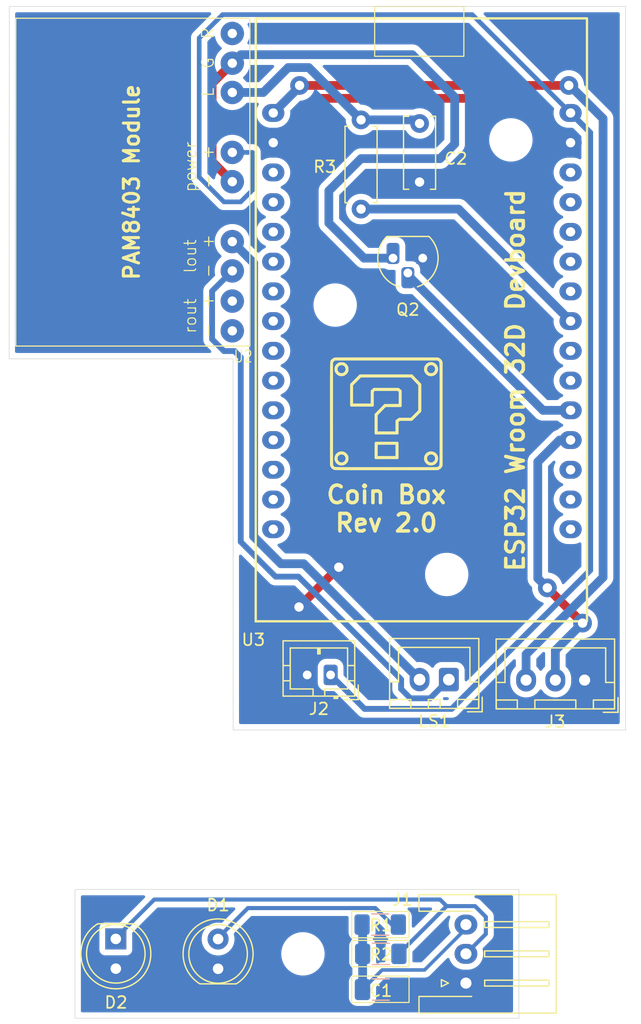
<source format=kicad_pcb>
(kicad_pcb (version 20241229) (generator "pcbnew") (generator_version "9.0")
  (title_block (title "Coin Box") (date "2025-07-20") (rev "2.0") (company "TuDo Makerspace"))
  (layers (0 "F.Cu" signal) (2 "B.Cu" signal) (13 "F.Paste" user) (15 "B.Paste" user) (5 "F.SilkS" user "F.Silkscreen") (7 "B.SilkS" user "B.Silkscreen") (1 "F.Mask" user) (3 "B.Mask" user) (25 "Edge.Cuts" user))
  (net 0 "")
  (net 1 "GND")
  (net 2 "3V3")
  (net 3 "Net-(U2-L)")
  (net 4 "Net-(D1-A)")
  (net 5 "/SENS_SIG")
  (net 6 "5V")
  (net 7 "Net-(U2-lout+)")
  (net 8 "Net-(U3-GPIO25)")
  (net 32 "Net-(U2-lout-)")
  (net 33 "Net-(Q2-G)")
  (net 34 "Net-(Q2-D)")
  (net 38 "SENS_GND")
  (net 39 "SENS_3V3")
  (net 40 "/SIG")
  (footprint "MountingHole:MountingHole_3.2mm_M3" (layer "F.Cu") (at 84.293093 98.943093)
    (property "Reference" "REF**")
    (property "Value" "MountingHole_3.2mm_M3")
  )
  (footprint "Resistor_THT:R_Axial_DIN0207_L6.3mm_D2.5mm_P7.62mm_Horizontal" (layer "F.Cu") (at 76.973093 67.733093 90)
    (property "Reference" "R3")
    (property "Value" "3k3")
  )
  (footprint "Connector_JST:JST_XH_B3B-XH-A_1x03_P2.50mm_Vertical" (layer "F.Cu") (at 96.073093 107.966285 180)
    (property "Reference" "J3")
    (property "Value" "Conn_01x03")
  )
  (footprint "MountingHole:MountingHole_3.2mm_M3" (layer "F.Cu") (at 89.773093 61.823093)
    (property "Reference" "REF**")
    (property "Value" "MountingHole_3.2mm_M3")
  )
  (footprint "Coinbox:PAM8403 Module" (layer "F.Cu") (at 57.473093 65.43328 90)
    (property "Reference" "U2")
    (property "Value" "~")
  )
  (footprint "Connector_JST:JST_XH_B2B-XH-A_1x02_P2.50mm_Vertical" (layer "F.Cu") (at 84.473093 107.923093 180)
    (property "Reference" "LS1")
    (property "Value" "Speaker")
  )
  (footprint "Coinbox:ESP32_30pin" (layer "F.Cu") (at 81.945553 77.542906 90)
    (property "Reference" "U3")
    (property "Value" "~")
  )
  (footprint "LED_THT:LED_D5.0mm" (layer "F.Cu") (at 64.759437 132.623093 90)
    (property "Reference" "D1")
    (property "Value" "Red LED")
  )
  (footprint "Connector_JST:JST_XH_S3B-XH-A-1_1x03_P2.50mm_Horizontal" (layer "F.Cu") (at 85.934437 133.848093 90)
    (property "Reference" "J1")
    (property "Value" "Conn_01x03")
  )
  (footprint "Package_TO_SOT_THT:TO-92_HandSolder" (layer "F.Cu") (at 82.243093 71.923093 180)
    (property "Reference" "Q2")
    (property "Value" "2N7000")
  )
  (footprint "Capacitor_THT:C_Disc_D6.0mm_W2.5mm_P5.00mm" (layer "F.Cu") (at 81.973093 60.423093 -90)
    (property "Reference" "C2")
    (property "Value" "10n")
  )
  (footprint "LED_THT:LED_D5.0mm" (layer "F.Cu") (at 56.021937 130.073093 -90)
    (property "Reference" "D2")
    (property "Value" "D_Photo")
  )
  (footprint "MountingHole:MountingHole_3.2mm_M3" (layer "F.Cu") (at 74.763093 75.933093)
    (property "Reference" "REF**")
    (property "Value" "MountingHole_3.2mm_M3")
  )
  (footprint "Connector_JST:JST_PH_B2B-PH-K_1x02_P2.00mm_Vertical" (layer "F.Cu") (at 74.373093 107.523093 180)
    (property "Reference" "J2")
    (property "Value" "Jack-DC")
  )
  (footprint "MountingHole:MountingHole_3.2mm_M3" (layer "F.Cu") (at 72.009437 131.348093)
    (property "Reference" "REF**")
    (property "Value" "MountingHole_3.2mm_M3")
  )
  (footprint "Resistor_SMD:R_1206_3216Metric_Pad1.30x1.75mm_HandSolder" (layer "B.Cu") (at 78.609437 128.848093)
    (property "Reference" "R1")
    (property "Value" "220")
  )
  (footprint "Capacitor_SMD:C_1206_3216Metric_Pad1.33x1.80mm_HandSolder" (layer "B.Cu") (at 78.659437 134.398093)
    (property "Reference" "C1")
    (property "Value" "C")
  )
  (footprint "Resistor_SMD:R_1206_3216Metric_Pad1.30x1.75mm_HandSolder" (layer "B.Cu") (at 78.659437 131.348093)
    (property "Reference" "R2")
    (property "Value" "100k")
  )
  (gr_poly (pts (xy 83.513148 80.504187) (xy 83.587495 80.539048) (xy 83.606084 80.548182) (xy 83.624055 80.557858) (xy 83.641402 80.56807) (xy 83.658118 80.578812) (xy 83.674196 80.590078) (xy 83.68963 80.601862) (xy 83.704414 80.614157) (xy 83.71854 80.626957) (xy 83.732002 80.640257) (xy 83.744794 80.654048) (xy 83.756908 80.668326) (xy 83.768338 80.683084) (xy 83.779078 80.698316) (xy 83.789122 80.714016) (xy 83.798461 80.730176) (xy 83.80709 80.746792) (xy 83.843877 80.821687) (xy 83.843877 85.220384) (xy 83.843877 89.619081) (xy 83.804946 89.695913) (xy 83.79591 89.712899) (xy 83.786312 89.729292) (xy 83.776143 89.745102) (xy 83.765391 89.760338) (xy 83.754049 89.775009) (xy 83.742106 89.789123) (xy 83.729553 89.802691) (xy 83.716379 89.815722) (xy 83.702575 89.828224) (xy 83.688132 89.840208) (xy 83.673039 89.851681) (xy 83.657287 89.862653) (xy 83.640867 89.873134) (xy 83.623768 89.883133) (xy 83.60598 89.892658) (xy 83.587495 89.90172) (xy 83.513148 89.936581) (xy 79.160752 89.938831) (xy 75.685971 89.937261) (xy 74.972689 89.932582) (xy 74.742211 89.924667) (xy 74.742211 89.924671) (xy 74.717394 89.917904) (xy 74.693661 89.910178) (xy 74.670977 89.901464) (xy 74.649309 89.891733) (xy 74.628622 89.880956) (xy 74.608881 89.869106) (xy 74.590053 89.856153) (xy 74.572103 89.842069) (xy 74.554997 89.826824) (xy 74.5387 89.810391) (xy 74.52318 89.792741) (xy 74.5084 89.773845) (xy 74.494328 89.753674) (xy 74.480928 89.7322) (xy 74.468167 89.709395) (xy 74.45601 89.685228) (xy 74.418117 89.605854) (xy 74.418107 85.226049) (xy 74.418219 82.456186) (xy 74.426912 81.144943) (xy 74.438384 80.861127) (xy 74.440221 80.848147) (xy 74.477628 80.848147) (xy 74.477628 85.220386) (xy 74.48099 88.946011) (xy 74.487731 89.506293) (xy 74.500102 89.642229) (xy 74.509912 89.662711) (xy 74.520335 89.682191) (xy 74.531387 89.700683) (xy 74.543086 89.718203) (xy 74.555447 89.734766) (xy 74.568488 89.750385) (xy 74.582224 89.765077) (xy 74.596672 89.778856) (xy 74.611849 89.791737) (xy 74.627772 89.803735) (xy 74.644456 89.814864) (xy 74.661919 89.82514) (xy 74.680177 89.834578) (xy 74.699246 89.843192) (xy 74.719143 89.850997) (xy 74.739885 89.858008) (xy 74.757838 89.86052) (xy 74.796731 89.862794) (xy 74.948683 89.866674) (xy 75.218437 89.869741) (xy 75.628688 89.872088) (xy 76.961467 89.875002) (xy 79.128586 89.876166) (xy 82.775057 89.873534) (xy 83.368195 89.86734) (xy 83.532547 89.856114) (xy 83.542147 89.853114) (xy 83.551416 89.849903) (xy 83.5604 89.846452) (xy 83.569143 89.842733) (xy 83.57769 89.838717) (xy 83.586084 89.834375) (xy 83.594372 89.829678) (xy 83.602598 89.824598) (xy 83.610806 89.819106) (xy 83.61904 89.813173) (xy 83.627347 89.80677) (xy 83.63577 89.799869) (xy 83.644355 89.792441) (xy 83.653145 89.784456) (xy 83.662186 89.775888) (xy 83.671522 89.766706) (xy 83.682866 89.756613) (xy 83.69343 89.749081) (xy 83.712331 89.73727) (xy 83.720723 89.730775) (xy 83.728445 89.722412) (xy 83.735526 89.711071) (xy 83.741992 89.695646) (xy 83.747871 89.675029) (xy 83.753191 89.648112) (xy 83.757979 89.613787) (xy 83.762263 89.570949) (xy 83.76607 89.518487) (xy 83.769427 89.455296) (xy 83.774904 89.292293) (xy 83.778912 89.073079) (xy 83.781673 88.788794) (xy 83.783406 88.430576) (xy 83.78433 87.989566) (xy 83.784345 85.220386) (xy 83.78415 82.483849) (xy 83.776046 81.181612) (xy 83.765505 80.897392) (xy 83.74876 80.766593) (xy 83.724401 80.720829) (xy 83.691018 80.691715) (xy 83.685429 80.685574) (xy 83.679354 80.679287) (xy 83.672852 80.672899) (xy 83.665982 80.666456) (xy 83.658803 80.660005) (xy 83.651374 80.653591) (xy 83.643753 80.647262) (xy 83.635999 80.641062) (xy 83.628172 80.635038) (xy 83.62033 80.629237) (xy 83.612531 80.623705) (xy 83.604835 80.618486) (xy 83.597301 80.613629) (xy 83.589987 80.609179) (xy 83.582953 80.605182) (xy 83.576256 80.601684) (xy 83.513148 80.570334) (xy 79.134294 80.570334) (xy 74.75544 80.570334) (xy 74.694726 80.598416) (xy 74.680229 80.605593) (xy 74.66583 80.613649) (xy 74.651583 80.622528) (xy 74.637546 80.632173) (xy 74.623773 80.64253) (xy 74.610321 80.653542) (xy 74.597246 80.665154) (xy 74.584602 80.677309) (xy 74.572447 80.689952) (xy 74.560835 80.703028) (xy 74.549823 80.71648) (xy 74.539466 80.730253) (xy 74.529821 80.74429) (xy 74.520943 80.758537) (xy 74.512887 80.772936) (xy 74.50571 80.787433) (xy 74.477628 80.848147) (xy 74.440221 80.848147) (xy 74.456692 80.731755) (xy 74.483397 80.686756) (xy 74.520064 80.65606) (xy 74.534172 80.64082) (xy 74.548251 80.626533) (xy 74.562347 80.613173) (xy 74.576509 80.600711) (xy 74.590781 80.58912) (xy 74.605213 80.578372) (xy 74.619852 80.568441) (xy 74.634744 80.559298) (xy 74.649936 80.550917) (xy 74.665477 80.543269) (xy 74.681412 80.536327) (xy 74.69779 80.530063) (xy 74.714658 80.524451) (xy 74.732062 80.519463) (xy 74.75005 80.51507) (xy 74.768669 80.511246) (xy 74.845077 80.507541) (xy 75.037415 80.504552) (xy 75.809496 80.500625) (xy 79.180596 80.500285)) (stroke (width 0.199999)) (fill yes) (layer "F.SilkS"))
  (gr_rect (start 76.175 130.2) (end 81.075 132.45) (stroke (width 0.1)) (fill no) (layer "F.SilkS"))
  (gr_rect (start 76.175 133.25) (end 81.075 135.5) (stroke (width 0.1)) (fill no) (layer "F.SilkS"))
  (gr_rect (start 76.175 127.725) (end 81.075 129.975) (stroke (width 0.1)) (fill no) (layer "F.SilkS"))
  (gr_poly (pts (xy 81.343884 81.995776) (xy 81.418364 82.076078) (xy 81.565066 82.231616) (xy 81.928664 82.613643) (xy 82.024285 82.713458) (xy 82.024575 83.851255) (xy 82.024865 84.989052) (xy 81.657669 85.356072) (xy 81.290472 85.723093) (xy 80.773093 85.723093) (xy 80.255713 85.723093) (xy 80.168734 85.792546) (xy 80.081755 85.861999) (xy 80.080967 86.374629) (xy 80.080179 86.887258) (xy 79.154137 86.887258) (xy 78.228096 86.887258) (xy 78.228106 86.083589) (xy 78.228116 85.279917) (xy 78.619341 84.879861) (xy 79.010566 84.479806) (xy 79.647899 84.476371) (xy 80.285232 84.472935) (xy 80.28868 83.892341) (xy 80.292127 83.311746) (xy 80.215919 83.241401) (xy 80.139711 83.171055) (xy 79.125439 83.170459) (xy 78.111166 83.169862) (xy 78.037339 83.237335) (xy 77.963513 83.304809) (xy 77.963513 83.905408) (xy 77.963513 84.506007) (xy 77.0507 84.506007) (xy 76.137888 84.506007) (xy 76.137888 83.609649) (xy 76.137888 82.753145) (xy 76.191093 82.753145) (xy 76.191558 83.596505) (xy 76.192023 84.439864) (xy 77.044696 84.439864) (xy 77.897368 84.439864) (xy 77.897368 83.858877) (xy 77.897368 83.277889) (xy 77.993279 83.190951) (xy 78.08919 83.104012) (xy 79.121065 83.104006) (xy 80.15294 83.104) (xy 80.248852 83.186384) (xy 80.344763 83.268768) (xy 80.344763 83.907233) (xy 80.344763 84.545697) (xy 79.691129 84.545697) (xy 79.037496 84.545697) (xy 78.666074 84.926036) (xy 78.294653 85.306374) (xy 78.294448 86.063743) (xy 78.294243 86.821113) (xy 79.154137 86.821113) (xy 80.014033 86.821113) (xy 80.014034 86.326388) (xy 80.014034 85.83166) (xy 80.128141 85.744305) (xy 80.242249 85.656949) (xy 80.753127 85.656949) (xy 81.264005 85.656949) (xy 81.611363 85.309777) (xy 81.95872 84.962605) (xy 81.95872 83.852632) (xy 81.95872 82.74266) (xy 81.896423 82.675143) (xy 81.85362 82.629473) (xy 81.783131 82.555036) (xy 81.598231 82.361082) (xy 81.503415 82.261582) (xy 81.419635 82.172919) (xy 81.35597 82.10475) (xy 81.321501 82.066733) (xy 81.280666 82.018927) (xy 79.102756 82.018927) (xy 76.924846 82.018927) (xy 76.55797 82.386036) (xy 76.191093 82.753145) (xy 76.137888 82.753145) (xy 76.137888 82.713287) (xy 76.51831 82.333034) (xy 76.898733 81.952782) (xy 79.102425 81.952782) (xy 81.306118 81.952782)) (stroke (width 0.199999)) (fill yes) (layer "F.SilkS"))
  (gr_poly (pts (xy 75.34627 80.914527) (xy 75.380494 80.915416) (xy 75.395276 80.916191) (xy 75.408782 80.917233) (xy 75.421218 80.918575) (xy 75.432792 80.920253) (xy 75.443711 80.922299) (xy 75.454184 80.92475) (xy 75.464416 80.927639) (xy 75.474615 80.931) (xy 75.48499 80.934867) (xy 75.495746 80.939276) (xy 75.519236 80.949854) (xy 75.537366 80.958943) (xy 75.555411 80.969152) (xy 75.573303 80.980414) (xy 75.590976 80.992662) (xy 75.608363 81.00583) (xy 75.625398 81.019851) (xy 75.642013 81.034658) (xy 75.658142 81.050184) (xy 75.673718 81.066363) (xy 75.688674 81.083127) (xy 75.702943 81.10041) (xy 75.71646 81.118146) (xy 75.729155 81.136267) (xy 75.740964 81.154706) (xy 75.75182 81.173397) (xy 75.761655 81.192273) (xy 75.767947 81.205255) (xy 75.773528 81.217219) (xy 75.778439 81.2284) (xy 75.782722 81.239037) (xy 75.78642 81.249366) (xy 75.789575 81.259624) (xy 75.792229 81.270047) (xy 75.794424 81.280873) (xy 75.796203 81.292338) (xy 75.797608 81.304679) (xy 75.798681 81.318133) (xy 75.799464 81.332937) (xy 75.799999 81.349327) (xy 75.80033 81.367541) (xy 75.800543 81.410386) (xy 75.800335 81.453303) (xy 75.799484 81.487869) (xy 75.798712 81.502609) (xy 75.797652 81.51597) (xy 75.796262 81.528186) (xy 75.7945 81.539494) (xy 75.792323 81.550129) (xy 75.789689 81.560328) (xy 75.786556 81.570326) (xy 75.78288 81.58036) (xy 75.778621 81.590665) (xy 75.773735 81.601477) (xy 75.761915 81.625567) (xy 75.752205 81.643469) (xy 75.741189 81.661481) (xy 75.728972 81.679503) (xy 75.715657 81.697434) (xy 75.701349 81.715174) (xy 75.686152 81.732623) (xy 75.670172 81.749681) (xy 75.653511 81.766247) (xy 75.636275 81.782221) (xy 75.618569 81.797504) (xy 75.600496 81.811993) (xy 75.58216 81.825591) (xy 75.563667 81.838195) (xy 75.545121 81.849707) (xy 75.526626 81.860025) (xy 75.508287 81.86905) (xy 75.490542 81.876433) (xy 75.471179 81.883139) (xy 75.450439 81.889149) (xy 75.428564 81.894444) (xy 75.405795 81.899006) (xy 75.382376 81.902815) (xy 75.358546 81.905854) (xy 75.334548 81.908104) (xy 75.310625 81.909545) (xy 75.287017 81.91016) (xy 75.263967 81.90993) (xy 75.241716 81.908836) (xy 75.220507 81.90686) (xy 75.20058 81.903982) (xy 75.182178 81.900185) (xy 75.165543 81.895449) (xy 75.165544 81.895449) (xy 75.139283 81.885974) (xy 75.113601 81.875224) (xy 75.088554 81.863249) (xy 75.064198 81.850099) (xy 75.040589 81.835821) (xy 75.017785 81.820465) (xy 74.995841 81.804079) (xy 74.974814 81.786714) (xy 74.954761 81.768417) (xy 74.935737 81.749238) (xy 74.917799 81.729226) (xy 74.901004 81.708429) (xy 74.885409 81.686897) (xy 74.871068 81.664679) (xy 74.858039 81.641823) (xy 74.846379 81.618379) (xy 74.840373 81.605185) (xy 74.835025 81.592946) (xy 74.830298 81.581451) (xy 74.826155 81.57049) (xy 74.822559 81.559852) (xy 74.819471 81.549325) (xy 74.816854 81.538698) (xy 74.814672 81.527762) (xy 74.812886 81.516303) (xy 74.81146 81.504112) (xy 74.810356 81.490978) (xy 74.809536 81.47669) (xy 74.808964 81.461035) (xy 74.808601 81.443805) (xy 74.808408 81.412258) (xy 74.868606 81.412258) (xy 74.869143 81.432704) (xy 74.87033 81.453004) (xy 74.872163 81.472986) (xy 74.874641 81.492479) (xy 74.877763 81.511311) (xy 74.881526 81.529313) (xy 74.885929 81.546312) (xy 74.89097 81.562138) (xy 74.898175 81.580174) (xy 74.907119 81.598555) (xy 74.917667 81.617143) (xy 74.929682 81.635801) (xy 74.943031 81.654389) (xy 74.957576 81.672772) (xy 74.973184 81.690809) (xy 74.989718 81.708364) (xy 75.007042 81.725298) (xy 75.025022 81.741474) (xy 75.043523 81.756753) (xy 75.062407 81.770997) (xy 75.081541 81.784069) (xy 75.100789 81.79583) (xy 75.120014 81.806143) (xy 75.139083 81.81487) (xy 75.160009 81.822807) (xy 75.181732 81.829562) (xy 75.204128 81.83514) (xy 75.227072 81.839545) (xy 75.25044 81.842781) (xy 75.274109 81.844852) (xy 75.297954 81.845763) (xy 75.321852 81.845518) (xy 75.345678 81.844121) (xy 75.369308 81.841577) (xy 75.392618 81.837889) (xy 75.415485 81.833062) (xy 75.437783 81.827101) (xy 75.45939 81.820009) (xy 75.480181 81.811791) (xy 75.500032 81.802451) (xy 75.500035 81.802451) (xy 75.534286 81.783203) (xy 75.565866 81.762) (xy 75.594797 81.738996) (xy 75.621101 81.714342) (xy 75.6448 81.68819) (xy 75.665916 81.660693) (xy 75.68447 81.632004) (xy 75.700486 81.602275) (xy 75.713984 81.571657) (xy 75.724987 81.540305) (xy 75.733517 81.508369) (xy 75.739595 81.476002) (xy 75.743245 81.443357) (xy 75.744487 81.410586) (xy 75.743344 81.377841) (xy 75.739838 81.345275) (xy 75.73399 81.31304) (xy 75.725824 81.281288) (xy 75.71536 81.250173) (xy 75.702621 81.219845) (xy 75.687628 81.190458) (xy 75.670405 81.162164) (xy 75.650972 81.135116) (xy 75.629352 81.109465) (xy 75.605566 81.085364) (xy 75.579637 81.062965) (xy 75.551587 81.042422) (xy 75.521438 81.023885) (xy 75.489212 81.007508) (xy 75.45493 80.993443) (xy 75.418614 80.981842) (xy 75.380288 80.972858) (xy 75.361444 80.969717) (xy 75.34249 80.967563) (xy 75.323458 80.966376) (xy 75.304381 80.966137) (xy 75.285293 80.966825) (xy 75.266228 80.968422) (xy 75.247219 80.970906) (xy 75.228299 80.974259) (xy 75.190861 80.983491) (xy 75.154181 80.99596) (xy 75.118526 81.011507) (xy 75.084163 81.029976) (xy 75.051361 81.051207) (xy 75.020386 81.075043) (xy 74.991505 81.101326) (xy 74.964985 81.129898) (xy 74.952695 81.144992) (xy 74.941095 81.1606) (xy 74.930219 81.176701) (xy 74.920101 81.193276) (xy 74.910773 81.210304) (xy 74.90227 81.227766) (xy 74.894625 81.245643) (xy 74.88787 81.263914) (xy 74.883154 81.27938) (xy 74.879102 81.296067) (xy 74.87571 81.313804) (xy 74.872977 81.332421) (xy 74.870902 81.351745) (xy 74.869483 81.371607) (xy 74.868718 81.391835) (xy 74.868606 81.412258) (xy 74.808408 81.412258) (xy 74.808356 81.403771) (xy 74.80859 81.363597) (xy 74.809492 81.330808) (xy 74.810288 81.316658) (xy 74.811364 81.303725) (xy 74.812758 81.2918) (xy 74.814508 81.280672) (xy 74.81665 81.270131) (xy 74.819224 81.259968) (xy 74.822266 81.249973) (xy 74.825815 81.239936) (xy 74.829907 81.229648) (xy 74.834581 81.218899) (xy 74.845824 81.195176) (xy 74.855673 81.176303) (xy 74.86661 81.157529) (xy 74.878555 81.138933) (xy 74.891428 81.120596) (xy 74.905149 81.102599) (xy 74.919639 81.085022) (xy 74.934816 81.067946) (xy 74.950602 81.051451) (xy 74.966917 81.035617) (xy 74.983681 81.020525) (xy 75.000813 81.006256) (xy 75.018235 80.992889) (xy 75.035865 80.980506) (xy 75.053625 80.969186) (xy 75.071434 80.959011) (xy 75.089212 80.950061) (xy 75.101442 80.944426) (xy 75.112859 80.939407) (xy 75.123672 80.934968) (xy 75.13409 80.931075) (xy 75.144323 80.927694) (xy 75.154579 80.924788) (xy 75.165068 80.922325) (xy 75.175999 80.920268) (xy 75.187581 80.918584) (xy 75.200022 80.917237) (xy 75.213534 80.916192) (xy 75.228323 80.915415) (xy 75.244601 80.914872) (xy 75.262575 80.914526) (xy 75.30445 80.914292)) (stroke (width 0.199999)) (fill yes) (layer "F.SilkS"))
  (gr_poly (pts (xy 75.343699 88.534524) (xy 75.360347 88.534886) (xy 75.375417 88.535472) (xy 75.389139 88.536329) (xy 75.401745 88.537505) (xy 75.413468 88.539045) (xy 75.424538 88.540997) (xy 75.435188 88.543405) (xy 75.445648 88.546318) (xy 75.456151 88.549781) (xy 75.466928 88.553842) (xy 75.478212 88.558546) (xy 75.490233 88.563939) (xy 75.517414 88.576983) (xy 75.536912 88.587104) (xy 75.556067 88.598085) (xy 75.574836 88.609882) (xy 75.593174 88.622453) (xy 75.611037 88.635754) (xy 75.628382 88.649742) (xy 75.645164 88.664374) (xy 75.661339 88.679607) (xy 75.676863 88.695398) (xy 75.691692 88.711703) (xy 75.705782 88.72848) (xy 75.719089 88.745685) (xy 75.731568 88.763276) (xy 75.743177 88.781209) (xy 75.75387 88.799441) (xy 75.763604 88.817929) (xy 75.769426 88.829839) (xy 75.774603 88.84092) (xy 75.779173 88.851387) (xy 75.783172 88.861459) (xy 75.786639 88.871352) (xy 75.78961 88.881283) (xy 75.792124 88.891468) (xy 75.794218 88.902125) (xy 75.795929 88.913471) (xy 75.797295 88.925722) (xy 75.798353 88.939095) (xy 75.799141 88.953807) (xy 75.799696 88.970075) (xy 75.800056 88.988117) (xy 75.80034 89.030385) (xy 75.800167 89.072038) (xy 75.799338 89.106139) (xy 75.798596 89.120859) (xy 75.797593 89.134293) (xy 75.796295 89.146642) (xy 75.794671 89.158106) (xy 75.792688 89.168886) (xy 75.790313 89.179183) (xy 75.787514 89.189197) (xy 75.784258 89.199129) (xy 75.780513 89.20918) (xy 75.776246 89.219551) (xy 75.766016 89.242052) (xy 75.75608 89.261978) (xy 75.745476 89.281303) (xy 75.734211 89.300018) (xy 75.722297 89.318111) (xy 75.709743 89.335572) (xy 75.69656 89.352391) (xy 75.682757 89.368558) (xy 75.668344 89.384063) (xy 75.653332 89.398894) (xy 75.637731 89.413042) (xy 75.62155 89.426496) (xy 75.6048 89.439246) (xy 75.58749 89.451281) (xy 75.569631 89.462592) (xy 75.551233 89.473168) (xy 75.532306 89.482998) (xy 75.518415 89.489751) (xy 75.505527 89.495796) (xy 75.493453 89.501176) (xy 75.482004 89.505932) (xy 75.470991 89.510109) (xy 75.460225 89.513747) (xy 75.449518 89.516891) (xy 75.438681 89.519583) (xy 75.427525 89.521866) (xy 75.415861 89.523782) (xy 75.403501 89.525374) (xy 75.390255 89.526684) (xy 75.375935 89.527756) (xy 75.360352 89.528632) (xy 75.324643 89.529968) (xy 75.293016 89.530568) (xy 75.264783 89.53037) (xy 75.239403 89.529314) (xy 75.227615 89.528446) (xy 75.216339 89.527341) (xy 75.205506 89.525992) (xy 75.195049 89.52439) (xy 75.184902 89.52253) (xy 75.174996 89.520402) (xy 75.165264 89.518) (xy 75.155639 89.515316) (xy 75.146053 89.512343) (xy 75.136438 89.509073) (xy 75.136438 89.509072) (xy 75.118357 89.50232) (xy 75.100808 89.495063) (xy 75.083773 89.48729) (xy 75.067233 89.478985) (xy 75.051172 89.470137) (xy 75.035571 89.460732) (xy 75.020412 89.450756) (xy 75.005678 89.440196) (xy 74.991351 89.429039) (xy 74.977413 89.417272) (xy 74.963847 89.404881) (xy 74.950633 89.391853) (xy 74.937756 89.378174) (xy 74.925196 89.363832) (xy 74.912935 89.348812) (xy 74.900957 89.333103) (xy 74.887349 89.313964) (xy 74.874825 89.294904) (xy 74.86337 89.275869) (xy 74.852968 89.256803) (xy 74.843602 89.237653) (xy 74.835257 89.218362) (xy 74.827916 89.198877) (xy 74.821562 89.179143) (xy 74.816181 89.159104) (xy 74.811756 89.138707) (xy 74.808269 89.117895) (xy 74.805707 89.096615) (xy 74.804051 89.074812) (xy 74.803287 89.05243) (xy 74.803393 89.030384) (xy 74.874699 89.030384) (xy 74.874911 89.066849) (xy 74.875794 89.097296) (xy 74.876549 89.110638) (xy 74.877548 89.122926) (xy 74.878814 89.134309) (xy 74.880373 89.144939) (xy 74.882251 89.154966) (xy 74.884471 89.164539) (xy 74.88706 89.173809) (xy 74.890042 89.182927) (xy 74.893442 89.192041) (xy 74.897285 89.201303) (xy 74.906402 89.22087) (xy 74.916965 89.241117) (xy 74.928329 89.260607) (xy 74.940464 89.279326) (xy 74.953338 89.297263) (xy 74.966918 89.314406) (xy 74.981173 89.330744) (xy 74.996071 89.346265) (xy 75.011581 89.360958) (xy 75.02767 89.374809) (xy 75.044308 89.387808) (xy 75.061461 89.399943) (xy 75.079099 89.411203) (xy 75.097189 89.421575) (xy 75.1157 89.431047) (xy 75.1346 89.439609) (xy 75.153858 89.447247) (xy 75.173441 89.453952) (xy 75.193317 89.45971) (xy 75.213456 89.46451) (xy 75.233824 89.468341) (xy 75.254391 89.47119) (xy 75.275125 89.473046) (xy 75.295993 89.473897) (xy 75.316964 89.473732) (xy 75.338007 89.472538) (xy 75.359089 89.470304) (xy 75.380179 89.467018) (xy 75.401245 89.462669) (xy 75.422255 89.457244) (xy 75.443177 89.450733) (xy 75.46398 89.443123) (xy 75.484632 89.434402) (xy 75.484632 89.434403) (xy 75.515486 89.419136) (xy 75.544399 89.402132) (xy 75.571369 89.3835) (xy 75.596393 89.363353) (xy 75.61947 89.341803) (xy 75.640597 89.31896) (xy 75.659773 89.294937) (xy 75.676995 89.269844) (xy 75.692262 89.243794) (xy 75.705571 89.216897) (xy 75.716921 89.189266) (xy 75.726309 89.161012) (xy 75.733733 89.132246) (xy 75.739192 89.103081) (xy 75.742683 89.073626) (xy 75.744205 89.043995) (xy 75.743755 89.014299) (xy 75.741332 88.984648) (xy 75.736933 88.955155) (xy 75.730556 88.925931) (xy 75.722199 88.897088) (xy 75.711861 88.868737) (xy 75.699539 88.840989) (xy 75.685231 88.813957) (xy 75.668936 88.787752) (xy 75.65065 88.762484) (xy 75.630373 88.738267) (xy 75.608102 88.715211) (xy 75.583836 88.693427) (xy 75.557571 88.673028) (xy 75.529307 88.654125) (xy 75.499041 88.63683) (xy 75.488013 88.631125) (xy 75.477711 88.626042) (xy 75.467947 88.621545) (xy 75.458532 88.617601) (xy 75.449279 88.614173) (xy 75.440001 88.611226) (xy 75.430508 88.608726) (xy 75.420614 88.606637) (xy 75.41013 88.604925) (xy 75.398869 88.603555) (xy 75.386642 88.60249) (xy 75.373262 88.601697) (xy 75.35854 88.60114) (xy 75.34229 88.600785) (xy 75.304451 88.600537) (xy 75.268043 88.600787) (xy 75.237754 88.601685) (xy 75.224539 88.602438) (xy 75.212418 88.603426) (xy 75.201243 88.604673) (xy 75.19087 88.606205) (xy 75.181152 88.608046) (xy 75.171944 88.610219) (xy 75.1631 88.61275) (xy 75.154474 88.615663) (xy 75.145921 88.618982) (xy 75.137295 88.622732) (xy 75.119242 88.631623) (xy 75.103977 88.640064) (xy 75.088672 88.649432) (xy 75.073398 88.659657) (xy 75.058226 88.670668) (xy 75.043227 88.682394) (xy 75.028473 88.694767) (xy 75.014033 88.707715) (xy 74.999979 88.721168) (xy 74.986382 88.735057) (xy 74.973313 88.74931) (xy 74.960843 88.763858) (xy 74.949044 88.778631) (xy 74.937985 88.793557) (xy 74.927738 88.808568) (xy 74.918375 88.823593) (xy 74.909965 88.838561) (xy 74.904499 88.84907) (xy 74.89962 88.858947) (xy 74.895296 88.868369) (xy 74.891494 88.877514) (xy 74.888182 88.886559) (xy 74.885326 88.895684) (xy 74.882895 88.905066) (xy 74.880855 88.914881) (xy 74.879173 88.92531) (xy 74.877817 88.936528) (xy 74.876755 88.948714) (xy 74.875953 88.962045) (xy 74.87538 88.9767) (xy 74.875001 88.992857) (xy 74.874699 89.030384) (xy 74.803393 89.030384) (xy 74.803397 89.029416) (xy 74.804366 89.005714) (xy 74.807505 88.970971) (xy 74.81283 88.936973) (xy 74.820294 88.903789) (xy 74.829853 88.871485) (xy 74.841463 88.840128) (xy 74.855078 88.809786) (xy 74.870652 88.780525) (xy 74.888142 88.752414) (xy 74.907502 88.725519) (xy 74.928687 88.699907) (xy 74.951653 88.675645) (xy 74.976353 88.652801) (xy 75.002743 88.631442) (xy 75.030779 88.611635) (xy 75.060415 88.593447) (xy 75.091605 88.576946) (xy 75.118905 88.563926) (xy 75.130982 88.558541) (xy 75.142319 88.553843) (xy 75.153146 88.549787) (xy 75.163694 88.546327) (xy 75.174196 88.543415) (xy 75.184882 88.541007) (xy 75.195983 88.539055) (xy 75.207731 88.537514) (xy 75.220356 88.536336) (xy 75.23409 88.535477) (xy 75.249164 88.534889) (xy 75.26581 88.534526) (xy 75.304738 88.534291)) (stroke (width 0.199999)) (fill yes) (layer "F.SilkS"))
  (gr_poly (pts (xy 80.076999 88.348577) (xy 80.080431 88.990708) (xy 79.154263 88.990708) (xy 78.228096 88.990708) (xy 78.228096 88.924554) (xy 78.293964 88.924554) (xy 79.153999 88.924554) (xy 80.014034 88.924554) (xy 80.014034 88.342372) (xy 80.014034 87.760192) (xy 79.157445 87.763597) (xy 78.300857 87.767002) (xy 78.29741 88.345778) (xy 78.293964 88.924554) (xy 78.228096 88.924554) (xy 78.228096 88.349083) (xy 78.228852 88.036035) (xy 78.23149 87.839098) (xy 78.233688 87.777433) (xy 78.236565 87.73671) (xy 78.24019 87.714235) (xy 78.242305 87.708997) (xy 78.244633 87.707311) (xy 79.167367 87.706796) (xy 80.073565 87.706446)) (stroke (width 0.199999)) (fill yes) (layer "F.SilkS"))
  (gr_poly (pts (xy 82.98501 88.530855) (xy 83.0189 88.534082) (xy 83.052569 88.539528) (xy 83.085887 88.547193) (xy 83.118723 88.557078) (xy 83.150947 88.569184) (xy 83.18243 88.583509) (xy 83.21304 88.600056) (xy 83.242649 88.618824) (xy 83.271125 88.639814) (xy 83.298338 88.663026) (xy 83.324159 88.688461) (xy 83.348458 88.716119) (xy 83.371104 88.745999) (xy 83.391967 88.778104) (xy 83.410917 88.812432) (xy 83.42176 88.835347) (xy 83.431274 88.858597) (xy 83.439472 88.882137) (xy 83.446373 88.905922) (xy 83.451989 88.929907) (xy 83.456339 88.954047) (xy 83.459437 88.978297) (xy 83.461298 89.002612) (xy 83.461939 89.026947) (xy 83.461375 89.051257) (xy 83.459622 89.075497) (xy 83.456695 89.099622) (xy 83.45261 89.123586) (xy 83.447383 89.147346) (xy 83.441029 89.170855) (xy 83.433565 89.19407) (xy 83.425005 89.216944) (xy 83.415365 89.239433) (xy 83.404661 89.261492) (xy 83.392909 89.283076) (xy 83.380124 89.30414) (xy 83.366322 89.324638) (xy 83.351519 89.344527) (xy 83.335729 89.36376) (xy 83.31897 89.382293) (xy 83.301256 89.400081) (xy 83.282603 89.417078) (xy 83.263027 89.433241) (xy 83.242544 89.448523) (xy 83.221168 89.46288) (xy 83.198917 89.476266) (xy 83.175804 89.488638) (xy 83.15637 89.497435) (xy 83.135066 89.505278) (xy 83.112144 89.512155) (xy 83.087859 89.518054) (xy 83.062464 89.522962) (xy 83.036213 89.526866) (xy 83.009361 89.529754) (xy 82.98216 89.531614) (xy 82.954865 89.532433) (xy 82.927729 89.532199) (xy 82.901006 89.530899) (xy 82.87495 89.52852) (xy 82.849816 89.525051) (xy 82.825855 89.520478) (xy 82.803323 89.51479) (xy 82.782473 89.507973) (xy 82.782473 89.50797) (xy 82.767052 89.502084) (xy 82.752504 89.496161) (xy 82.738729 89.49013) (xy 82.725625 89.483921) (xy 82.713091 89.477464) (xy 82.701027 89.470688) (xy 82.68933 89.463523) (xy 82.6779 89.455898) (xy 82.666636 89.447743) (xy 82.655435 89.438988) (xy 82.644198 89.429562) (xy 82.632823 89.419396) (xy 82.621209 89.408418) (xy 82.609254 89.396559) (xy 82.596857 89.383747) (xy 82.583918 89.369914) (xy 82.558907 89.340705) (xy 82.536454 89.310191) (xy 82.516578 89.278496) (xy 82.499298 89.245743) (xy 82.484631 89.212055) (xy 82.472596 89.177556) (xy 82.463212 89.14237) (xy 82.456498 89.10662) (xy 82.452471 89.07043) (xy 82.451149 89.033922) (xy 82.451285 89.030385) (xy 82.52184 89.030385) (xy 82.522026 89.054648) (xy 82.522893 89.077545) (xy 82.52449 89.099204) (xy 82.526865 89.119756) (xy 82.530068 89.139329) (xy 82.534146 89.158052) (xy 82.539149 89.176055) (xy 82.545125 89.193467) (xy 82.552124 89.210416) (xy 82.560194 89.227033) (xy 82.569383 89.243445) (xy 82.579741 89.259783) (xy 82.591316 89.276176) (xy 82.604158 89.292752) (xy 82.618314 89.30964) (xy 82.633834 89.326971) (xy 82.64664 89.340582) (xy 82.659108 89.353235) (xy 82.671323 89.364984) (xy 82.683372 89.375883) (xy 82.69534 89.385986) (xy 82.707312 89.395346) (xy 82.719375 89.404016) (xy 82.731614 89.412051) (xy 82.744115 89.419505) (xy 82.756963 89.426429) (xy 82.770245 89.43288) (xy 82.784046 89.438909) (xy 82.798451 89.444571) (xy 82.813546 89.44992) (xy 82.829418 89.455009) (xy 82.846152 89.459891) (xy 82.861571 89.463836) (xy 82.877228 89.467135) (xy 82.89311 89.469789) (xy 82.909203 89.471799) (xy 82.925492 89.473166) (xy 82.941964 89.47389) (xy 82.958604 89.473972) (xy 82.9754 89.473413) (xy 82.992336 89.472214) (xy 83.009399 89.470375) (xy 83.026576 89.467897) (xy 83.043851 89.46478) (xy 83.061211 89.461026) (xy 83.078643 89.456636) (xy 83.096131 89.451609) (xy 83.113664 89.445947) (xy 83.130111 89.439577) (xy 83.147008 89.431577) (xy 83.164221 89.422072) (xy 83.181618 89.411185) (xy 83.199066 89.399041) (xy 83.216432 89.385764) (xy 83.233583 89.37148) (xy 83.250388 89.356313) (xy 83.266713 89.340386) (xy 83.282426 89.323825) (xy 83.297394 89.306755) (xy 83.311484 89.289299) (xy 83.324565 89.271581) (xy 83.336502 89.253728) (xy 83.347165 89.235862) (xy 83.356419 89.218109) (xy 83.36551 89.197557) (xy 83.373417 89.176179) (xy 83.380139 89.154095) (xy 83.385674 89.131423) (xy 83.390022 89.108283) (xy 83.393182 89.084793) (xy 83.395153 89.061072) (xy 83.395933 89.03724) (xy 83.395523 89.013414) (xy 83.393921 88.989715) (xy 83.391126 88.96626) (xy 83.387137 88.943169) (xy 83.381953 88.92056) (xy 83.375574 88.898553) (xy 83.367998 88.877266) (xy 83.359225 88.856819) (xy 83.344249 88.827023) (xy 83.328113 88.799041) (xy 83.310814 88.77287) (xy 83.301728 88.760464) (xy 83.292351 88.74851) (xy 83.282682 88.737008) (xy 83.272721 88.725958) (xy 83.262468 88.71536) (xy 83.251923 88.705214) (xy 83.241084 88.695519) (xy 83.229953 88.686276) (xy 83.218529 88.677484) (xy 83.206811 88.669142) (xy 83.194799 88.661252) (xy 83.182494 88.653812) (xy 83.169894 88.646823) (xy 83.157 88.640283) (xy 83.14381 88.634194) (xy 83.130326 88.628555) (xy 83.116547 88.623366) (xy 83.102472 88.618626) (xy 83.088101 88.614335) (xy 83.073434 88.610494) (xy 83.058471 88.607102) (xy 83.043211 88.604159) (xy 83.011801 88.599618) (xy 82.979202 88.59687) (xy 82.954165 88.595939) (xy 82.930095 88.596015) (xy 82.90692 88.597123) (xy 82.88457 88.599291) (xy 82.862972 88.602544) (xy 82.842054 88.60691) (xy 82.821747 88.612415) (xy 82.801977 88.619086) (xy 82.782674 88.626948) (xy 82.763766 88.63603) (xy 82.745182 88.646357) (xy 82.72685 88.657955) (xy 82.708699 88.670853) (xy 82.690657 88.685075) (xy 82.672653 88.700649) (xy 82.654615 88.717601) (xy 82.6366 88.735714) (xy 82.620139 88.753411) (xy 82.605175 88.770822) (xy 82.591655 88.788077) (xy 82.579522 88.805307) (xy 82.568722 88.822641) (xy 82.559199 88.84021) (xy 82.550897 88.858144) (xy 82.543763 88.876573) (xy 82.537739 88.895628) (xy 82.532772 88.915439) (xy 82.528805 88.936136) (xy 82.525784 88.957848) (xy 82.523653 88.980707) (xy 82.522356 89.004843) (xy 82.52184 89.030385) (xy 82.451285 89.030385) (xy 82.452553 88.997221) (xy 82.456699 88.96045) (xy 82.463606 88.923733) (xy 82.473293 88.887193) (xy 82.485778 88.850953) (xy 82.50108 88.815137) (xy 82.518827 88.780699) (xy 82.538563 88.748474) (xy 82.560161 88.718462) (xy 82.583488 88.690663) (xy 82.608416 88.665078) (xy 82.634814 88.641706) (xy 82.662552 88.620549) (xy 82.691501 88.601607) (xy 82.721528 88.58488) (xy 82.752506 88.570368) (xy 82.784303 88.558073) (xy 82.81679 88.547993) (xy 82.849835 88.540131) (xy 82.88331 88.534485) (xy 82.917085 88.531057) (xy 82.951028 88.529847)) (stroke (width 0.199999)) (fill yes) (layer "F.SilkS"))
  (gr_poly (pts (xy 82.989126 80.902712) (xy 83.030106 80.90769) (xy 83.070442 80.916034) (xy 83.109928 80.927615) (xy 83.14836 80.942304) (xy 83.18553 80.959972) (xy 83.221234 80.98049) (xy 83.255265 81.003729) (xy 83.287418 81.029559) (xy 83.317487 81.057851) (xy 83.345266 81.088477) (xy 83.37055 81.121307) (xy 83.393132 81.156213) (xy 83.412807 81.193064) (xy 83.42937 81.231733) (xy 83.442614 81.272089) (xy 83.452334 81.314004) (xy 83.458324 81.357348) (xy 83.460378 81.401993) (xy 83.458291 81.44781) (xy 83.451856 81.494669) (xy 83.440868 81.542441) (xy 83.425122 81.590997) (xy 83.416676 81.612033) (xy 83.407209 81.632538) (xy 83.396757 81.652494) (xy 83.385361 81.671879) (xy 83.373058 81.690673) (xy 83.359886 81.708857) (xy 83.345885 81.726409) (xy 83.331091 81.743309) (xy 83.315545 81.759538) (xy 83.299284 81.775074) (xy 83.282347 81.789899) (xy 83.264772 81.80399) (xy 83.246597 81.817329) (xy 83.227861 81.829894) (xy 83.208603 81.841666) (xy 83.18886 81.852624) (xy 83.168672 81.862749) (xy 83.148076 81.872018) (xy 83.12711 81.880414) (xy 83.105815 81.887914) (xy 83.084227 81.894499) (xy 83.062385 81.900149) (xy 83.040328 81.904843) (xy 83.018094 81.90856) (xy 82.995722 81.911282) (xy 82.973249 81.912987) (xy 82.950714 81.913655) (xy 82.928156 81.913267) (xy 82.905614 81.9118) (xy 82.883124 81.909236) (xy 82.860727 81.905554) (xy 82.83846 81.900734) (xy 82.838459 81.900734) (xy 82.811397 81.893361) (xy 82.785057 81.884588) (xy 82.75946 81.874432) (xy 82.73463 81.862914) (xy 82.710589 81.850052) (xy 82.687361 81.835865) (xy 82.664967 81.820371) (xy 82.64343 81.803589) (xy 82.622774 81.785538) (xy 82.603022 81.766237) (xy 82.584195 81.745705) (xy 82.566316 81.72396) (xy 82.549409 81.701022) (xy 82.533496 81.676908) (xy 82.5186 81.651638) (xy 82.504743 81.625231) (xy 82.489348 81.593508) (xy 82.483003 81.579761) (xy 82.477486 81.567099) (xy 82.472741 81.555279) (xy 82.46871 81.544056) (xy 82.465338 81.533188) (xy 82.46257 81.52243) (xy 82.460348 81.511539) (xy 82.458616 81.500272) (xy 82.457319 81.488384) (xy 82.4564 81.475633) (xy 82.455802 81.461775) (xy 82.455471 81.446566) (xy 82.455382 81.411121) (xy 82.455396 81.410386) (xy 82.521145 81.410386) (xy 82.521479 81.44335) (xy 82.521896 81.457744) (xy 82.52252 81.470944) (xy 82.523378 81.483098) (xy 82.524502 81.494357) (xy 82.525919 81.504868) (xy 82.527661 81.514781) (xy 82.529756 81.524244) (xy 82.532234 81.533406) (xy 82.535124 81.542416) (xy 82.538456 81.551424) (xy 82.54226 81.560577) (xy 82.546564 81.570025) (xy 82.556793 81.590401) (xy 82.575058 81.623159) (xy 82.594244 81.653552) (xy 82.604192 81.667868) (xy 82.614385 81.6816) (xy 82.624824 81.694752) (xy 82.635516 81.707325) (xy 82.646465 81.719322) (xy 82.657674 81.730747) (xy 82.669149 81.741601) (xy 82.680894 81.751888) (xy 82.692914 81.76161) (xy 82.705212 81.770769) (xy 82.717793 81.779369) (xy 82.730662 81.787412) (xy 82.743823 81.7949) (xy 82.757281 81.801836) (xy 82.771039 81.808224) (xy 82.785103 81.814065) (xy 82.799477 81.819362) (xy 82.814165 81.824118) (xy 82.829172 81.828336) (xy 82.844503 81.832017) (xy 82.86016 81.835166) (xy 82.87615 81.837784) (xy 82.892476 81.839874) (xy 82.909144 81.841438) (xy 82.926156 81.842481) (xy 82.943519 81.843003) (xy 82.979311 81.842498) (xy 83.007288 81.840951) (xy 83.020037 81.839922) (xy 83.032083 81.838694) (xy 83.043518 81.837244) (xy 83.054435 81.835551) (xy 83.064925 81.833592) (xy 83.07508 81.831345) (xy 83.084994 81.828789) (xy 83.094758 81.8259) (xy 83.104464 81.822658) (xy 83.114205 81.819039) (xy 83.124073 81.815023) (xy 83.13416 81.810586) (xy 83.144559 81.805706) (xy 83.155361 81.800363) (xy 83.172059 81.791478) (xy 83.188204 81.781998) (xy 83.2038 81.771919) (xy 83.218853 81.761234) (xy 83.233367 81.749938) (xy 83.247348 81.738028) (xy 83.2608 81.725497) (xy 83.273727 81.71234) (xy 83.286135 81.698553) (xy 83.298028 81.68413) (xy 83.309412 81.669066) (xy 83.32029 81.653356) (xy 83.330669 81.636994) (xy 83.340552 81.619977) (xy 83.349944 81.602298) (xy 83.358851 81.583952) (xy 83.363885 81.572861) (xy 83.368427 81.562305) (xy 83.372501 81.552165) (xy 83.376127 81.542321) (xy 83.37933 81.532654) (xy 83.382133 81.523044) (xy 83.384556 81.513371) (xy 83.386625 81.503516) (xy 83.38836 81.49336) (xy 83.389786 81.482782) (xy 83.390924 81.471663) (xy 83.391798 81.459884) (xy 83.39243 81.447325) (xy 83.392843 81.433866) (xy 83.393102 81.403771) (xy 83.392607 81.380437) (xy 83.391217 81.357867) (xy 83.388912 81.336014) (xy 83.385675 81.314832) (xy 83.381485 81.294277) (xy 83.376325 81.274301) (xy 83.370176 81.25486) (xy 83.363019 81.235907) (xy 83.354834 81.217398) (xy 83.345605 81.199284) (xy 83.335311 81.181523) (xy 83.323933 81.164066) (xy 83.311454 81.146869) (xy 83.297855 81.129886) (xy 83.283116 81.11307) (xy 83.267219 81.096377) (xy 83.246598 81.0768) (xy 83.22519 81.058868) (xy 83.203061 81.042572) (xy 83.18028 81.027897) (xy 83.156916 81.014831) (xy 83.133038 81.003363) (xy 83.108713 80.993479) (xy 83.08401 80.985168) (xy 83.058998 80.978416) (xy 83.033745 80.973212) (xy 83.008319 80.969544) (xy 82.982789 80.967398) (xy 82.957224 80.966762) (xy 82.931691 80.967624) (xy 82.906259 80.969972) (xy 82.880997 80.973793) (xy 82.855973 80.979075) (xy 82.831256 80.985806) (xy 82.806914 80.993972) (xy 82.783015 81.003562) (xy 82.759627 81.014563) (xy 82.736821 81.026964) (xy 82.714662 81.04075) (xy 82.693221 81.055911) (xy 82.672566 81.072433) (xy 82.652764 81.090305) (xy 82.633885 81.109514) (xy 82.615997 81.130047) (xy 82.599169 81.151892) (xy 82.583468 81.175037) (xy 82.568963 81.19947) (xy 82.555723 81.225177) (xy 82.550525 81.236283) (xy 82.545855 81.246796) (xy 82.541686 81.256856) (xy 82.537991 81.266605) (xy 82.534745 81.276183) (xy 82.531922 81.28573) (xy 82.529494 81.295386) (xy 82.527436 81.305292) (xy 82.525722 81.315589) (xy 82.524325 81.326416) (xy 82.52322 81.337914) (xy 82.52238 81.350224) (xy 82.521778 81.363486) (xy 82.52139 81.377839) (xy 82.521145 81.410386) (xy 82.455396 81.410386) (xy 82.455917 81.383892) (xy 82.457295 81.35794) (xy 82.459558 81.333153) (xy 82.46275 81.30942) (xy 82.466914 81.286632) (xy 82.472093 81.264675) (xy 82.47833 81.24344) (xy 82.485668 81.222816) (xy 82.49415 81.202691) (xy 82.50382 81.182954) (xy 82.51472 81.163495) (xy 82.526893 81.144202) (xy 82.540384 81.124964) (xy 82.555234 81.105671) (xy 82.571487 81.086212) (xy 82.589185 81.066474) (xy 82.625287 81.03069) (xy 82.662801 80.999563) (xy 82.701524 80.972964) (xy 82.741249 80.950763) (xy 82.781771 80.932833) (xy 82.822884 80.919044) (xy 82.864381 80.909266) (xy 82.906058 80.903371) (xy 82.947708 80.901229)) (stroke (width 0.199999)) (fill yes) (layer "F.SilkS"))
  (gr_line (start 99.573093 50.423093) (end 46.923093 50.423093) (stroke (width 0.05)) (layer "Edge.Cuts"))
  (gr_line (start 66.05 112.223093) (end 99.573093 112.223093) (stroke (width 0.05)) (layer "Edge.Cuts"))
  (gr_line (start 99.573093 112.223093) (end 99.573093 50.423093) (stroke (width 0.05)) (layer "Edge.Cuts"))
  (gr_line (start 66.038453 80.525) (end 46.911546 80.525) (stroke (width 0.05)) (layer "Edge.Cuts"))
  (gr_rect (start 52.537776 125.848093) (end 90.459437 136.848093) (stroke (width 0.05)) (fill no) (layer "Edge.Cuts"))
  (gr_line (start 66.038453 80.525) (end 66.05 112.223093) (stroke (width 0.05)) (layer "Edge.Cuts"))
  (gr_line (start 46.923093 50.423093) (end 46.911546 80.525) (stroke (width 0.05)) (layer "Edge.Cuts"))
  (gr_text "ESP32 Wroom 32D Devboard" (at 91.033093 98.843093 90) (layer "F.SilkS") (effects (font (size 1.5 1.5) (thickness 0.3) (bold yes)) (justify left bottom)))
  (gr_text "Coin Box\nRev 2.0" (at 79.130992 95.423093 0) (layer "F.SilkS") (effects (font (size 1.5 1.5) (thickness 0.3) (bold yes)) (justify bottom)))
  (segment (start 91.085 58.275) (end 94.873093 62.063093) (width 0.75) (layer "F.Cu") (net 1))
  (segment (start 69.473093 62.063093) (end 73.261186 58.275) (width 0.75) (layer "F.Cu") (net 1))
  (segment (start 73.261186 58.275) (end 91.085 58.275) (width 0.75) (layer "F.Cu") (net 1))
  (segment (start 71.673093 101.723093) (end 75.073093 98.323093) (width 0.75) (layer "F.Cu") (net 1))
  (via (at 75.073093 98.323093) (size 1.6) (drill 0.8) (layers "F.Cu" "B.Cu") (net 1))
  (via (at 71.673093 101.723093) (size 1.6) (drill 0.8) (layers "F.Cu" "B.Cu") (net 1))
  (segment (start 71.873093 107.523093) (end 71.873093 101.923093) (width 0.75) (layer "B.Cu") (net 1))
  (segment (start 71.873093 101.923093) (end 71.673093 101.723093) (width 0.75) (layer "B.Cu") (net 1))
  (segment (start 94.723093 57.173093) (end 71.723093 57.173093) (width 0.75) (layer "F.Cu") (net 2))
  (via (at 71.723093 57.173093) (size 1.6) (drill 0.8) (layers "F.Cu" "B.Cu") (net 2))
  (via (at 94.723093 57.173093) (size 1.6) (drill 0.8) (layers "F.Cu" "B.Cu") (net 2))
  (segment (start 71.723093 57.273093) (end 69.473093 59.523093) (width 0.75) (layer "B.Cu") (net 2))
  (segment (start 94.815443 57.173093) (end 94.723093 57.173093) (width 0.75) (layer "B.Cu") (net 2))
  (segment (start 97.650093 99.188003) (end 97.650093 60.007743) (width 0.75) (layer "B.Cu") (net 2))
  (segment (start 97.650093 60.007743) (end 94.815443 57.173093) (width 0.75) (layer "B.Cu") (net 2))
  (segment (start 71.723093 57.173093) (end 71.723093 57.273093) (width 0.75) (layer "B.Cu") (net 2))
  (segment (start 91.073093 105.765003) (end 97.650093 99.188003) (width 0.75) (layer "B.Cu") (net 2))
  (segment (start 91.073093 107.923093) (end 91.073093 105.765003) (width 0.75) (layer "B.Cu") (net 2))
  (segment (start 68.622906 57.77328) (end 66.549093 57.77328) (width 0.75) (layer "B.Cu") (net 3))
  (segment (start 76.973093 60.113093) (end 81.663093 60.113093) (width 0.75) (layer "B.Cu") (net 3))
  (segment (start 70.749093 55.647093) (end 68.622906 57.77328) (width 0.75) (layer "B.Cu") (net 3))
  (segment (start 81.663093 60.113093) (end 81.973093 60.423093) (width 0.75) (layer "B.Cu") (net 3))
  (segment (start 76.973093 60.113093) (end 72.507093 55.647093) (width 0.75) (layer "B.Cu") (net 3))
  (segment (start 72.507093 55.647093) (end 70.749093 55.647093) (width 0.75) (layer "B.Cu") (net 3))
  (segment (start 67.309437 127.438093) (end 78.199437 127.438093) (width 0.35) (layer "B.Cu") (net 4))
  (segment (start 64.759437 129.988093) (end 67.309437 127.438093) (width 0.35) (layer "B.Cu") (net 4))
  (segment (start 79.609437 128.848093) (end 80.159437 128.848093) (width 0.35) (layer "B.Cu") (net 4))
  (segment (start 78.199437 127.438093) (end 79.609437 128.848093) (width 0.35) (layer "B.Cu") (net 4))
  (segment (start 84.285437 127.272093) (end 83.721437 126.708093) (width 0.35) (layer "B.Cu") (net 5))
  (segment (start 86.712238 127.272093) (end 84.285437 127.272093) (width 0.35) (layer "B.Cu") (net 5))
  (segment (start 83.721437 126.708093) (end 59.304437 126.708093) (width 0.35) (layer "B.Cu") (net 5))
  (segment (start 85.934437 131.348093) (end 87.635437 129.647093) (width 0.35) (layer "B.Cu") (net 5))
  (segment (start 87.635437 129.647093) (end 87.635437 128.195292) (width 0.35) (layer "B.Cu") (net 5))
  (segment (start 84.285437 127.272093) (end 80.209437 131.348093) (width 0.35) (layer "B.Cu") (net 5))
  (segment (start 59.304437 126.708093) (end 56.024437 129.988093) (width 0.35) (layer "B.Cu") (net 5))
  (segment (start 87.635437 128.195292) (end 86.712238 127.272093) (width 0.35) (layer "B.Cu") (net 5))
  (segment (start 65.141347 51.124093) (end 63.146093 53.119347) (width 0.4) (layer "B.Cu") (net 6))
  (segment (start 77.273093 110.423093) (end 84.710293 110.423093) (width 0.5) (layer "B.Cu") (net 6))
  (segment (start 86.474093 51.124093) (end 65.141347 51.124093) (width 0.4) (layer "B.Cu") (net 6))
  (segment (start 65.25816 67.11928) (end 66.688026 67.11928) (width 0.4) (layer "B.Cu") (net 6))
  (segment (start 84.710293 110.423093) (end 96.549093 98.584293) (width 0.5) (layer "B.Cu") (net 6))
  (segment (start 96.549093 61.199093) (end 94.873093 59.523093) (width 0.5) (layer "B.Cu") (net 6))
  (segment (start 66.688026 67.11928) (end 67.699093 66.108213) (width 0.4) (layer "B.Cu") (net 6))
  (segment (start 67.699093 66.108213) (end 67.699093 62.89328) (width 0.4) (layer "B.Cu") (net 6))
  (segment (start 94.873093 59.523093) (end 86.474093 51.124093) (width 0.4) (layer "B.Cu") (net 6))
  (segment (start 74.373093 107.523093) (end 77.273093 110.423093) (width 0.5) (layer "B.Cu") (net 6))
  (segment (start 96.549093 98.584293) (end 96.549093 61.199093) (width 0.5) (layer "B.Cu") (net 6))
  (segment (start 63.146093 65.007213) (end 65.25816 67.11928) (width 0.4) (layer "B.Cu") (net 6))
  (segment (start 63.146093 53.119347) (end 63.146093 65.007213) (width 0.4) (layer "B.Cu") (net 6))
  (segment (start 67.699093 62.89328) (end 65.973093 62.89328) (width 0.4) (layer "B.Cu") (net 6))
  (segment (start 71.620856 99.127906) (end 80.397093 107.904143) (width 0.5) (layer "B.Cu") (net 7))
  (segment (start 65.25816 79.85928) (end 66.15928 79.85928) (width 0.5) (layer "B.Cu") (net 7))
  (segment (start 81.194292 109.523093) (end 82.873093 109.523093) (width 0.5) (layer "B.Cu") (net 7))
  (segment (start 66.696093 80.396093) (end 66.696093 96.155493) (width 0.5) (layer "B.Cu") (net 7))
  (segment (start 64.247093 74.73928) (end 64.247093 78.848213) (width 0.5) (layer "B.Cu") (net 7))
  (segment (start 65.973093 73.01328) (end 64.247093 74.73928) (width 0.5) (layer "B.Cu") (net 7))
  (segment (start 64.247093 78.848213) (end 65.25816 79.85928) (width 0.5) (layer "B.Cu") (net 7))
  (segment (start 66.696093 96.155493) (end 69.668507 99.127906) (width 0.5) (layer "B.Cu") (net 7))
  (segment (start 80.397093 108.725894) (end 81.194292 109.523093) (width 0.5) (layer "B.Cu") (net 7))
  (segment (start 69.668507 99.127906) (end 71.620856 99.127906) (width 0.5) (layer "B.Cu") (net 7))
  (segment (start 66.15928 79.85928) (end 66.696093 80.396093) (width 0.5) (layer "B.Cu") (net 7))
  (segment (start 82.873093 109.523093) (end 84.473093 107.923093) (width 0.5) (layer "B.Cu") (net 7))
  (segment (start 80.397093 107.904143) (end 80.397093 108.725894) (width 0.5) (layer "B.Cu") (net 7))
  (segment (start 85.303093 67.733093) (end 94.873093 77.303093) (width 0.75) (layer "B.Cu") (net 8))
  (segment (start 76.973093 67.733093) (end 85.303093 67.733093) (width 0.75) (layer "B.Cu") (net 8))
  (segment (start 70.124556 98.026906) (end 72.076906 98.026906) (width 0.75) (layer "B.Cu") (net 32))
  (segment (start 67.797093 72.33728) (end 67.797093 95.699443) (width 0.75) (layer "B.Cu") (net 32))
  (segment (start 72.076906 98.026906) (end 81.973093 107.923093) (width 0.75) (layer "B.Cu") (net 32))
  (segment (start 65.973093 70.51328) (end 67.797093 72.33728) (width 0.75) (layer "B.Cu") (net 32))
  (segment (start 67.797093 95.699443) (end 70.124556 98.026906) (width 0.75) (layer "B.Cu") (net 32))
  (segment (start 80.973093 73.380093) (end 92.516093 84.923093) (width 0.75) (layer "B.Cu") (net 33))
  (segment (start 92.516093 84.923093) (end 94.873093 84.923093) (width 0.75) (layer "B.Cu") (net 33))
  (segment (start 64.247093 56.99928) (end 64.247093 63.66728) (width 0.75) (layer "F.Cu") (net 34))
  (segment (start 64.247093 63.66728) (end 65.973093 65.39328) (width 0.75) (layer "F.Cu") (net 34))
  (segment (start 65.973093 55.27328) (end 64.247093 56.99928) (width 0.75) (layer "F.Cu") (net 34))
  (segment (start 66.70028 54.546093) (end 65.973093 55.27328) (width 0.75) (layer "B.Cu") (net 34))
  (segment (start 81.346093 54.546093) (end 66.70028 54.546093) (width 0.75) (layer "B.Cu") (net 34))
  (segment (start 84.973093 58.173093) (end 81.346093 54.546093) (width 0.75) (layer "B.Cu") (net 34))
  (segment (start 83.723093 63.423093) (end 84.973093 62.173093) (width 0.75) (layer "B.Cu") (net 34))
  (segment (start 84.973093 62.173093) (end 84.973093 58.173093) (width 0.75) (layer "B.Cu") (net 34))
  (segment (start 77.223093 71.923093) (end 74.223093 68.923093) (width 0.75) (layer "B.Cu") (net 34))
  (segment (start 79.703093 71.923093) (end 77.223093 71.923093) (width 0.75) (layer "B.Cu") (net 34))
  (segment (start 74.223093 68.923093) (end 74.223093 66.173093) (width 0.75) (layer "B.Cu") (net 34))
  (segment (start 76.973093 63.423093) (end 83.723093 63.423093) (width 0.75) (layer "B.Cu") (net 34))
  (segment (start 74.223093 66.173093) (end 76.973093 63.423093) (width 0.75) (layer "B.Cu") (net 34))
  (segment (start 77.096937 134.098093) (end 77.096937 134.398093) (width 0.75) (layer "B.Cu") (net 39))
  (segment (start 85.934437 129.193093) (end 82.403437 132.724093) (width 0.3) (layer "B.Cu") (net 39))
  (segment (start 77.109437 134.085593) (end 77.096937 134.098093) (width 0.75) (layer "B.Cu") (net 39))
  (segment (start 78.770937 132.724093) (end 77.096937 134.398093) (width 0.3) (layer "B.Cu") (net 39))
  (segment (start 85.934437 128.848093) (end 85.934437 129.193093) (width 0.3) (layer "B.Cu") (net 39))
  (segment (start 77.059437 128.848093) (end 77.109437 128.898093) (width 0.75) (layer "B.Cu") (net 39))
  (segment (start 77.109437 131.348093) (end 77.109437 134.085593) (width 0.75) (layer "B.Cu") (net 39))
  (segment (start 77.109437 128.898093) (end 77.109437 131.348093) (width 0.75) (layer "B.Cu") (net 39))
  (segment (start 82.403437 132.724093) (end 78.770937 132.724093) (width 0.3) (layer "B.Cu") (net 39))
  (segment (start 92.973093 100.323093) (end 92.888355 100.238355) (width 0.75) (layer "F.Cu") (net 40))
  (segment (start 93.123093 100.323093) (end 92.973093 100.323093) (width 0.75) (layer "F.Cu") (net 40))
  (segment (start 92.888355 100.238355) (end 92.888355 100.088355) (width 0.75) (layer "F.Cu") (net 40))
  (segment (start 95.897386 103.097386) (end 93.123093 100.323093) (width 0.75) (layer "F.Cu") (net 40))
  (via (at 92.888355 100.088355) (size 1.6) (drill 0.8) (layers "F.Cu" "B.Cu") (net 40))
  (via (at 95.897386 103.097386) (size 1.6) (drill 0.8) (layers "F.Cu" "B.Cu") (net 40))
  (segment (start 92.888355 100.088355) (end 92.073093 99.273093) (width 0.75) (layer "B.Cu") (net 40))
  (segment (start 93.933093 87.463093) (end 94.873093 87.463093) (width 0.75) (layer "B.Cu") (net 40))
  (segment (start 92.073093 99.273093) (end 92.073093 89.323093) (width 0.75) (layer "B.Cu") (net 40))
  (segment (start 95.823093 103.171679) (end 95.823093 103.173093) (width 0.75) (layer "B.Cu") (net 40))
  (segment (start 95.823093 103.173093) (end 93.573093 105.423093) (width 0.75) (layer "B.Cu") (net 40))
  (segment (start 92.073093 89.323093) (end 93.933093 87.463093) (width 0.75) (layer "B.Cu") (net 40))
  (segment (start 95.897386 103.097386) (end 95.823093 103.171679) (width 0.75) (layer "B.Cu") (net 40))
  (segment (start 93.573093 105.423093) (end 93.573093 107.923093) (width 0.75) (layer "B.Cu") (net 40))
  (zone (net 1) (net_name "GND") (layer "B.Cu") (connect_pads yes (clearance 0.5)) (min_thickness 0.25) (fill yes (thermal_gap 0.5) (thermal_bridge_width 0.5) (island_removal_mode 1) (island_area_min 10))
    (polygon (pts (xy 46.154092 49.875) (xy 46.127929 81.375) (xy 64.65 81.375) (xy 64.65 113.5) (xy 100.9 113.5) (xy 100.9 49.875)))
  )
  (zone (net 38) (net_name "SENS_GND") (layer "B.Cu") (priority 1) (connect_pads yes (clearance 0.5)) (min_thickness 0.25) (fill yes (thermal_gap 0.5) (thermal_bridge_width 0.5) (island_removal_mode 1) (island_area_min 10))
    (polygon (pts (xy 90.971937 125.348093) (xy 90.971937 137.348093) (xy 51.971937 137.348093) (xy 51.971937 125.348093)))
  )
)
</source>
